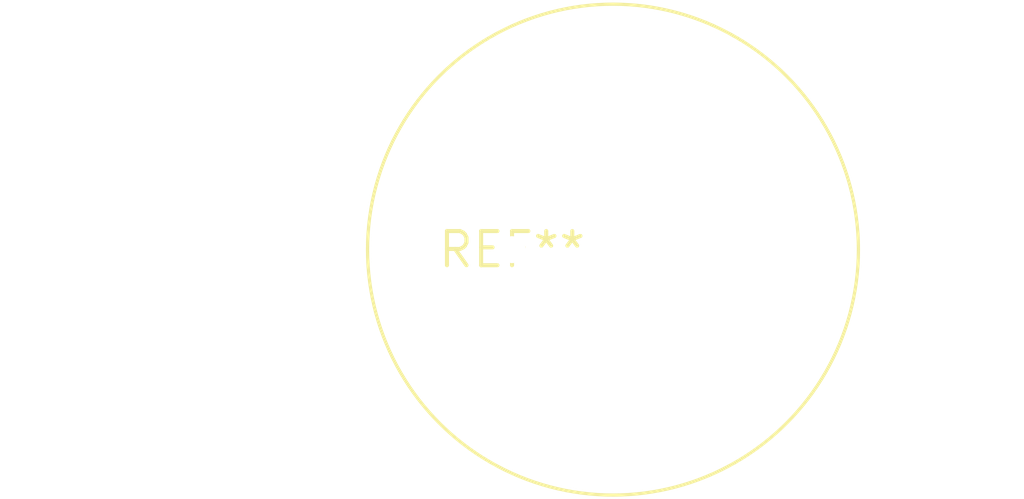
<source format=kicad_pcb>
(kicad_pcb (version 20240108) (generator pcbnew)
  (layers (0 "F.Cu" signal) (31 "B.Cu" signal) (34 "B.Paste" user) (35 "F.Paste" user) (36 "B.SilkS" user "B.Silkscreen") (37 "F.SilkS" user "F.Silkscreen") (38 "B.Mask" user) (39 "F.Mask" user) (44 "Edge.Cuts" user))
  (net 0 "")
  (footprint "C_Radial_D18.0mm_H35.5mm_P7.50mm" (layer "F.Cu") (at 0 0)
    (property "Reference" "REF**")
    (property "Value" "C_Radial_D18.0mm_H35.5mm_P7.50mm")
    (fp_circle (center 3.75 0) (end 12.87 0) (layer "F.SilkS") (stroke (width 0.12)) (fill none))
    (pad "1" thru_hole circle (at 0 0) (size 2 2) (drill 1) (layers *.Cu *.Mask) (remove_unused_layers))
    (pad "2" thru_hole circle (at 7.5 0) (size 2 2) (drill 1) (layers *.Cu *.Mask) (remove_unused_layers))
  )
)
</source>
